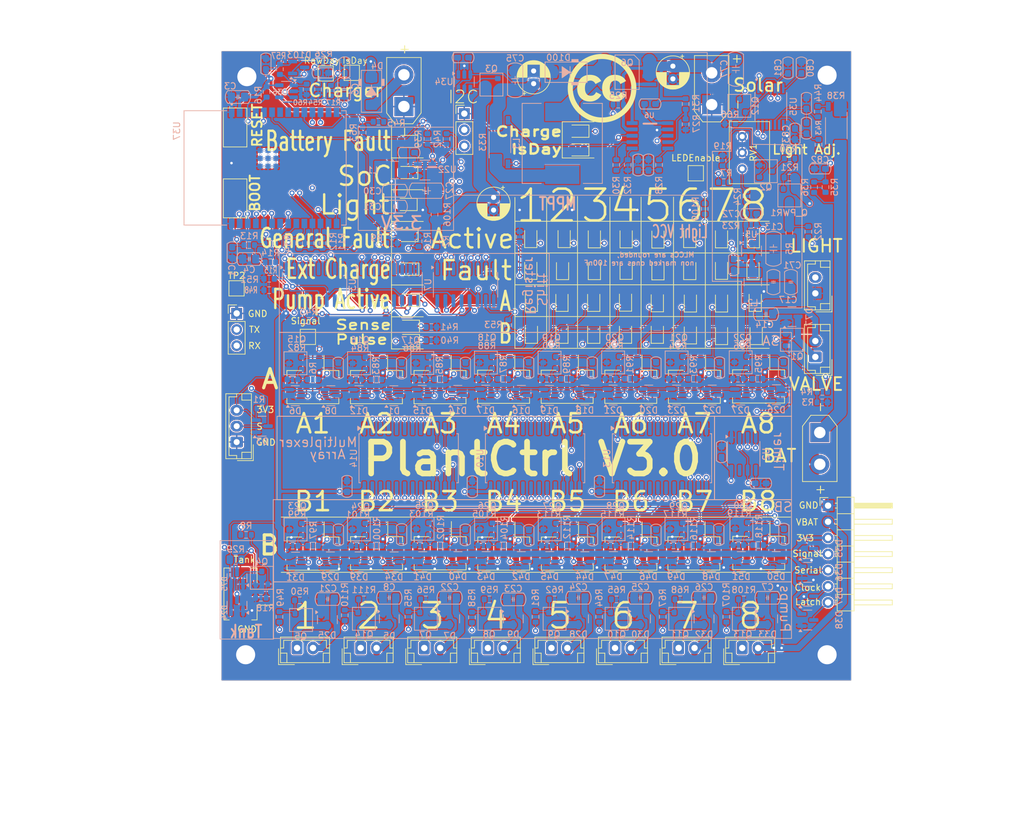
<source format=kicad_pcb>
(kicad_pcb
	(version 20240108)
	(generator "pcbnew")
	(generator_version "8.0")
	(general
		(thickness 1.6)
		(legacy_teardrops no)
	)
	(paper "A4")
	(layers
		(0 "F.Cu" signal)
		(1 "In1.Cu" signal)
		(2 "In2.Cu" signal)
		(31 "B.Cu" signal)
		(32 "B.Adhes" user "B.Adhesive")
		(33 "F.Adhes" user "F.Adhesive")
		(34 "B.Paste" user)
		(35 "F.Paste" user)
		(36 "B.SilkS" user "B.Silkscreen")
		(37 "F.SilkS" user "F.Silkscreen")
		(38 "B.Mask" user)
		(39 "F.Mask" user)
		(40 "Dwgs.User" user "User.Drawings")
		(41 "Cmts.User" user "User.Comments")
		(42 "Eco1.User" user "User.Eco1")
		(43 "Eco2.User" user "User.Eco2")
		(44 "Edge.Cuts" user)
		(45 "Margin" user)
		(46 "B.CrtYd" user "B.Courtyard")
		(47 "F.CrtYd" user "F.Courtyard")
		(48 "B.Fab" user)
		(49 "F.Fab" user)
	)
	(setup
		(stackup
			(layer "F.SilkS"
				(type "Top Silk Screen")
			)
			(layer "F.Paste"
				(type "Top Solder Paste")
			)
			(layer "F.Mask"
				(type "Top Solder Mask")
				(thickness 0.01)
			)
			(layer "F.Cu"
				(type "copper")
				(thickness 0.035)
			)
			(layer "dielectric 1"
				(type "prepreg")
				(thickness 0.1)
				(material "FR4")
				(epsilon_r 4.5)
				(loss_tangent 0.02)
			)
			(layer "In1.Cu"
				(type "copper")
				(thickness 0.035)
			)
			(layer "dielectric 2"
				(type "core")
				(thickness 1.24)
				(material "FR4")
				(epsilon_r 4.5)
				(loss_tangent 0.02)
			)
			(layer "In2.Cu"
				(type "copper")
				(thickness 0.035)
			)
			(layer "dielectric 3"
				(type "prepreg")
				(thickness 0.1)
				(material "FR4")
				(epsilon_r 4.5)
				(loss_tangent 0.02)
			)
			(layer "B.Cu"
				(type "copper")
				(thickness 0.035)
			)
			(layer "B.Mask"
				(type "Bottom Solder Mask")
				(thickness 0.01)
			)
			(layer "B.Paste"
				(type "Bottom Solder Paste")
			)
			(layer "B.SilkS"
				(type "Bottom Silk Screen")
			)
			(copper_finish "HAL lead-free")
			(dielectric_constraints no)
		)
		(pad_to_mask_clearance 0.05)
		(allow_soldermask_bridges_in_footprints no)
		(aux_axis_origin 68.58 26.67)
		(grid_origin 68.58 26.67)
		(pcbplotparams
			(layerselection 0x003ffff_ffffffff)
			(plot_on_all_layers_selection 0x0000000_00000000)
			(disableapertmacros no)
			(usegerberextensions no)
			(usegerberattributes no)
			(usegerberadvancedattributes no)
			(creategerberjobfile no)
			(dashed_line_dash_ratio 12.000000)
			(dashed_line_gap_ratio 3.000000)
			(svgprecision 4)
			(plotframeref no)
			(viasonmask no)
			(mode 1)
			(useauxorigin no)
			(hpglpennumber 1)
			(hpglpenspeed 20)
			(hpglpendiameter 15.000000)
			(pdf_front_fp_property_popups yes)
			(pdf_back_fp_property_popups yes)
			(dxfpolygonmode yes)
			(dxfimperialunits yes)
			(dxfusepcbnewfont yes)
			(psnegative no)
			(psa4output no)
			(plotreference yes)
			(plotvalue yes)
			(plotfptext yes)
			(plotinvisibletext no)
			(sketchpadsonfab no)
			(subtractmaskfromsilk no)
			(outputformat 1)
			(mirror no)
			(drillshape 0)
			(scaleselection 1)
			(outputdirectory "gerber/")
		)
	)
	(net 0 "")
	(net 1 "EN")
	(net 2 "VBAT")
	(net 3 "GND")
	(net 4 "S1")
	(net 5 "G1")
	(net 6 "3_3V")
	(net 7 "Temp")
	(net 8 "S2")
	(net 9 "G2")
	(net 10 "S3")
	(net 11 "Net-(U22-BST)")
	(net 12 "Net-(PUMP2-Pin_1)")
	(net 13 "PUMP_ENABLE")
	(net 14 "TANK_SENSOR")
	(net 15 "Net-(PUMP3-Pin_1)")
	(net 16 "Net-(PUMP4-Pin_1)")
	(net 17 "Net-(PUMP1-Pin_1)")
	(net 18 "Net-(PUMP5-Pin_1)")
	(net 19 "Net-(PUMP6-Pin_1)")
	(net 20 "Net-(PUMP7-Pin_1)")
	(net 21 "Net-(PUMP8-Pin_1)")
	(net 22 "SerialOut")
	(net 23 "Clock")
	(net 24 "Latch")
	(net 25 "Net-(Q1-G)")
	(net 26 "G3")
	(net 27 "ESP_RX")
	(net 28 "ESP_TX")
	(net 29 "Net-(Boot1-Pad2)")
	(net 30 "SDA")
	(net 31 "SCL")
	(net 32 "G4")
	(net 33 "S4")
	(net 34 "Net-(D10-K)")
	(net 35 "Net-(Q5-G)")
	(net 36 "G5")
	(net 37 "Net-(Q7-G)")
	(net 38 "Net-(Q8-G)")
	(net 39 "Net-(Q9-G)")
	(net 40 "Net-(Q10-G)")
	(net 41 "Net-(Q11-G)")
	(net 42 "Net-(Q4-G)")
	(net 43 "Net-(Q13-G)")
	(net 44 "Net-(Q14-G)")
	(net 45 "Net-(D78-A)")
	(net 46 "S5")
	(net 47 "Net-(C5-Pad2)")
	(net 48 "S6")
	(net 49 "G6")
	(net 50 "S7")
	(net 51 "PUMP1")
	(net 52 "G7")
	(net 53 "PUMP3")
	(net 54 "G8")
	(net 55 "Net-(R14-Pad2)")
	(net 56 "PUMP4")
	(net 57 "PUMP5")
	(net 58 "PUMP6")
	(net 59 "PUMP7")
	(net 60 "PUMP8")
	(net 61 "PUMP2")
	(net 62 "unconnected-(U37-IO0-Pad8)")
	(net 63 "unconnected-(U37-IO1-Pad9)")
	(net 64 "Net-(D78-K)")
	(net 65 "S8")
	(net 66 "SIGNAL")
	(net 67 "SerialIn")
	(net 68 "S9")
	(net 69 "G9")
	(net 70 "S10")
	(net 71 "G10")
	(net 72 "G11")
	(net 73 "S11")
	(net 74 "G12")
	(net 75 "S12")
	(net 76 "S13")
	(net 77 "G13")
	(net 78 "S14")
	(net 79 "G14")
	(net 80 "S15")
	(net 81 "G15")
	(net 82 "S16")
	(net 83 "G16")
	(net 84 "CD1")
	(net 85 "CD2")
	(net 86 "CD3")
	(net 87 "CD4")
	(net 88 "CD5")
	(net 89 "Net-(D10-A)")
	(net 90 "Net-(D2-K)")
	(net 91 "CD6")
	(net 92 "CD7")
	(net 93 "Net-(U2-CV)")
	(net 94 "CD8")
	(net 95 "CD9")
	(net 96 "CD10")
	(net 97 "CD11")
	(net 98 "CD12")
	(net 99 "CD13")
	(net 100 "CD14")
	(net 101 "CD15")
	(net 102 "CD16")
	(net 103 "1K_3_3")
	(net 104 "Net-(P_FAULT1-K)")
	(net 105 "CD_Probe")
	(net 106 "SENSORS_ON")
	(net 107 "unconnected-(U3-QG-Pad6)")
	(net 108 "unconnected-(U3-QH-Pad7)")
	(net 109 "Net-(CD1-K)")
	(net 110 "Net-(SIGNAL1-K)")
	(net 111 "MS4")
	(net 112 "MS1")
	(net 113 "MS0")
	(net 114 "MS3")
	(net 115 "MS2")
	(net 116 "unconnected-(U2-DIS-Pad7)")
	(net 117 "IsDay")
	(net 118 "S_VIN")
	(net 119 "5K_VBAT")
	(net 120 "Net-(U1-QH')")
	(net 121 "Net-(U3-QH')")
	(net 122 "/Light_In")
	(net 123 "Net-(U5-BST)")
	(net 124 "Net-(Q2-G)")
	(net 125 "Net-(Q2-D)")
	(net 126 "Net-(Q_PWR1-G)")
	(net 127 "Net-(Q_PWR1-D)")
	(net 128 "LED_ENABLE")
	(net 129 "Net-(I2C3-A)")
	(net 130 "Net-(R24-Pad2)")
	(net 131 "Net-(U5-FB)")
	(net 132 "/Light+")
	(net 133 "Net-(U6-VG)")
	(net 134 "Net-(C19-Pad1)")
	(net 135 "Net-(D98-K)")
	(net 136 "Net-(D98-A)")
	(net 137 "Net-(D100-K)")
	(net 138 "Net-(L3-Pad2)")
	(net 139 "Net-(Q6-G)")
	(net 140 "Net-(U6-MPPT)")
	(net 141 "Net-(U6-COM)")
	(net 142 "Net-(U6-BAT)")
	(net 143 "Net-(U6-FB)")
	(net 144 "Net-(U6-CSP)")
	(net 145 "/3_3IN")
	(net 146 "/Light_cool")
	(net 147 "/3_3V_cool")
	(net 148 "Net-(Q3-S)")
	(net 149 "Net-(U34-VCAP)")
	(net 150 "Net-(Q3-G)")
	(net 151 "Net-(J3-Pin_1)")
	(net 152 "ENABLE_TANK")
	(net 153 "Net-(battery1-Pin_1)")
	(net 154 "Net-(U35-BAT)")
	(net 155 "Net-(U35-SRP)")
	(net 156 "Net-(U35-SRN)")
	(net 157 "Net-(D76-K)")
	(net 158 "Net-(D76-A)")
	(net 159 "Net-(D13-A)")
	(net 160 "Net-(R38-Pad2)")
	(net 161 "Net-(R38-Pad3)")
	(net 162 "BAT_LED")
	(net 163 "BAT_ALERT")
	(net 164 "unconnected-(U35-P6{slash}TS-Pad11)")
	(net 165 "unconnected-(U35-P5{slash}HDQ-Pad12)")
	(net 166 "REG25")
	(net 167 "Net-(C88-Pad1)")
	(net 168 "Net-(U36-+)")
	(net 169 "Net-(U36--)")
	(net 170 "Net-(D11-A)")
	(net 171 "unconnected-(U37-IO7-Pad7)")
	(net 172 "unconnected-(U37-NC-Pad22)")
	(net 173 "unconnected-(U37-IO13-Pad14)")
	(net 174 "unconnected-(U37-IO4-Pad4)")
	(net 175 "unconnected-(U37-IO12-Pad13)")
	(net 176 "Net-(U37-IO8)")
	(net 177 "BOOT_SEL")
	(net 178 "WARN_LED")
	(net 179 "Net-(Q15-C)")
	(net 180 "Net-(Q16-C)")
	(net 181 "Net-(Q17-C)")
	(net 182 "Net-(Q18-C)")
	(net 183 "Net-(Q19-C)")
	(net 184 "Net-(Q20-C)")
	(net 185 "Net-(Q21-C)")
	(net 186 "Net-(Q22-C)")
	(net 187 "Net-(Q23-C)")
	(net 188 "Net-(Q24-C)")
	(net 189 "Net-(Q25-C)")
	(net 190 "Net-(Q26-C)")
	(net 191 "Net-(Q27-C)")
	(net 192 "Net-(Q28-C)")
	(net 193 "Net-(Q29-C)")
	(net 194 "Net-(Q30-C)")
	(net 195 "Net-(Q15-B)")
	(net 196 "Net-(Q16-B)")
	(net 197 "Net-(Q17-B)")
	(net 198 "Net-(Q18-B)")
	(net 199 "Net-(Q19-B)")
	(net 200 "Net-(Q20-B)")
	(net 201 "Net-(Q21-B)")
	(net 202 "Net-(Q22-B)")
	(net 203 "Net-(Q23-B)")
	(net 204 "Net-(Q24-B)")
	(net 205 "Net-(Q25-B)")
	(net 206 "Net-(Q26-B)")
	(net 207 "Net-(Q27-B)")
	(net 208 "Net-(Q28-B)")
	(net 209 "Net-(Q29-B)")
	(net 210 "Net-(Q30-B)")
	(net 211 "FAULT1")
	(net 212 "FAULT2")
	(net 213 "FAULT3")
	(net 214 "FAULT4")
	(net 215 "FAULT5")
	(net 216 "FAULT6")
	(net 217 "FAULT7")
	(net 218 "FAULT8")
	(net 219 "OE")
	(net 220 "unconnected-(TP2-Pad1)")
	(footprint "Connector_JST:JST_PH_B2B-PH-SM4-TB_1x02-1MP_P2.00mm_Vertical" (layer "F.Cu") (at 204.58 117.92 180))
	(footprint "Button_Switch_SMD:SW_SPST_CK_RS282G05A3" (layer "F.Cu") (at 172.33 52.67 90))
	(footprint "Connector_JST:JST_PH_B2B-PH-SM4-TB_1x02-1MP_P2.00mm_Vertical" (layer "F.Cu") (at 194.555 91.77 180))
	(footprint "Connector_AMASS:AMASS_XT30UPB-M_1x02_P5.0mm_Vertical" (layer "F.Cu") (at 247.28 49.07 90))
	(footprint "LED_SMD:LED_0805_2012Metric" (layer "F.Cu") (at 199.53 74.9575 180))
	(footprint "Button_Switch_SMD:SW_SPST_CK_RS282G05A3" (layer "F.Cu") (at 172.33 63.82 -90))
	(footprint "LED_SMD:LED_0805_2012Metric" (layer "F.Cu") (at 223.73 84.945 90))
	(footprint "LED_SMD:LED_0805_2012Metric" (layer "F.Cu") (at 218.83 74.8825 90))
	(footprint "LED_SMD:LED_0805_2012Metric" (layer "F.Cu") (at 228.83 74.92 90))
	(footprint "LED_SMD:LED_0805_2012Metric" (layer "F.Cu") (at 243.93 80.02 90))
	(footprint "Connector_JST:JST_PH_B2B-PH-SM4-TB_1x02-1MP_P2.00mm_Vertical" (layer "F.Cu") (at 254.655 91.67 180))
	(footprint "LED_SMD:LED_0805_2012Metric" (layer "F.Cu") (at 238.73 84.945 90))
	(footprint "Connector_AMASS:AMASS_XT30UPB-F_1x02_P5.0mm_Vertical" (layer "F.Cu") (at 264.28 100.67 -90))
	(footprint "LED_SMD:LED_0805_2012Metric" (layer "F.Cu") (at 243.93 85.045 90))
	(footprint "Connector_JST:JST_PH_B2B-PH-SM4-TB_1x02-1MP_P2.00mm_Vertical" (layer "F.Cu") (at 184.58 117.97 180))
	(footprint "LED_SMD:LED_0805_2012Metric" (layer "F.Cu") (at 199.655 86.195 180))
	(footprint "Connector_AMASS:AMASS_XT30UPB-F_1x02_P5.0mm_Vertical" (layer "F.Cu") (at 198.88 49.37 90))
	(footprint "Connector_JST:JST_PH_B2B-PH-SM4-TB_1x02-1MP_P2.00mm_Vertical" (layer "F.Cu") (at 254.68 117.87 180))
	(footprint "Connector_JST:JST_EH_B2B-EH-A_1x02_P2.50mm_Vertical" (layer "F.Cu") (at 232.08 134.575))
	(footprint "Connector_JST:JST_EH_B2B-EH-A_1x02_P2.50mm_Vertical" (layer "F.Cu") (at 242.08 134.575))
	(footprint "Connector_JST:JST_EH_B2B-EH-A_1x02_P2.50mm_Vertical" (layer "F.Cu") (at 263.58 88.77 90))
	(footprint "LED_SMD:LED_0805_2012Metric" (layer "F.Cu") (at 248.83 85.145 90))
	(footprint "LED_SMD:LED_0805_2012Metric" (layer "F.Cu") (at 248.83 80.02 90))
	(footprint "Connector_JST:JST_EH_B3B-EH-A_1x03_P2.50mm_Vertical" (layer "F.Cu") (at 172.58 102.17 90))
	(footprint "TestPoint:TestPoint_Pad_2.0x2.0mm" (layer "F.Cu") (at 172.56 77.98))
	(footprint "Connector_JST:JST_PH_B2B-PH-SM4-TB_1x02-1MP_P2.00mm_Vertical" (layer "F.Cu") (at 224.58 117.97 180))
	(footprint "LED_SMD:LED_0805_2012Metric" (layer "F.Cu") (at 199.43 69.6575 180))
	(footprint "Connector_PinHeader_2.54mm:PinHeader_1x07_P2.54mm_Horizontal" (layer "F.Cu") (at 265.58 112.17))
	(footprint "LED_SMD:LED_0805_2012Metric" (layer "F.Cu") (at 218.93 84.945 90))
	(footprint "LED_SMD:LED_0805_2012Metric"
		(layer "F.Cu")
		(uuid "38c660a9-1b7f-4b5b-b61c-be652783af9f")
		(at 243.83 69.8825 90)
		(descr "LED SMD 0805 (2012 Metric), square (rectangular) end terminal, IPC_7351 nominal, (Body size source: https://docs.google.com/spreadsheets/d/1BsfQQcO9C6DZCsRaXUlFlo91Tg2WpOkGARC1WS5S8t0/edit?usp=sharing), generated with kicad-footprint-generator")
		(tags "LED")
		(property "Reference" "PUMP_D6"
			(at 0 -1.65 90)
			(layer "F.SilkS")
			(hide yes)
			(uuid "44bbbf26-a62d-4436-b514-b825e281b3ce")
			(effects
				(font
					(size 1 1)
					(thickness 0.15)
				)
			)
		)
		(property "Value" "BLUE"
			(at 0 1.65 90)
			(layer "F.Fab")
			(uuid "8a8574fa-8ef6-410c-870d-c44e0d85d060")
			(effects
				(font
					(size 1 1)
					(thickness 0.15)
				)
			)
		)
		(property "Footprint" "LED_SMD:LED_0805_2012Metric"
			(at 0 0 90)
			(unlocked yes)
			(layer "F.Fab")
			(hide yes)
			(uuid "0bbef73a-c570-477f-a1a4-ae99308a1abe")
			(effects
				(font
					(size 1.27 1.27)
					(thickness 0.15)
				)
			)
		)
		(property "Datasheet" ""
			(at 0 0 90)
			(unlocked yes)
			(layer "F.Fab")
			(hide yes)
			(uuid "1ae939cc-3500-4eee-8197-2ae48b6e6729")
			(effects
				(font
					(size 1.27 1.27)
					(thickness 0.15)
				)
			)
		)
		(property "Description" ""
			(at 0 0 90)
			(unlocked yes)
			(layer "F.Fab")
			(hide yes)
			(uuid "f1e07697-0ac1-494e-b33a-d9f9652f33ce")
			(effects
				(font
					(size 1.27 1.27)
					(thickness 0.15)
				)
			)
		)
		(property "LCSC_PART_NUMBER" "C205441"
			(at 0 0 0)
			(layer "F.Fab")
			(hide yes)
			(uuid "8e33ab52-a42a-4bc9-9e95-456d9ba9024b")
			(effects
				(font
					(size 1 1)
					(thickness 0.15)
				)
			)
		)
		(property ki_fp_filters "LED* LED_SMD:* LED_THT:*")
		(path "/7d96651a-292d-43cc-aa2d-419126cd57a5")
		(sheetname "Root")
		(sheetfile "PlantCtrlESP32.kicad_sch")
		(attr smd dnp)
		(fp_line
			(start 1 -0.96)
			(end -1.685 -0.96)
			(stroke
				(width 0.12)
				(type solid)
			)
			(layer "F.SilkS")
			(uuid "ba446705-5982-4150-a636-09b7ed8fe401")
		)
		(fp_line
			(start -1.685 -0.96)
			(end -1.685 0.96)
			(stroke
				(width 0.12)
				(type solid)
			)
			(layer "F.SilkS")
			(uuid "779d78dc-e68f-4f0e-8a06-6149e2185d92")
		)
		(fp_line
			(start -1.685 0.96)
			(end 1 0.96)
			(stroke
				(width 0.12)
				(type solid)
			)
			(layer "F.SilkS")
			(uuid "e58bcf5c-15c2-4524-8c9a-bff90a010979")
		)
		(fp_line
			(start 1.68 -0.95)
			(end 1.68 0.95)
			(stroke
				(width 0.05)
				(type solid)
			)
			(layer "F.CrtYd")
			(uuid "dab1b315-c66b-4594-a1d6-f28087720229")
		)
		(fp_line
			(start -1.68 -0.95)
			(end 1.68 -0.95)
			(stroke
				(width 0.05)
				(type solid)
			)
			(layer "F.CrtYd")
			(uuid "f041a503-af3e-449f-9185-ed29f6f465c2")
		)
		(fp_line
			(start 1.68 0.95)
			(end -1.68 0.95)
			(stroke
				(width 0.05)
				(type solid)
			)
			(layer "F.CrtYd")
			(uuid "ff8c3f53-7ac4-493c-878a-8ef06ea722e7")
		)
		(fp_line
			(start -1.68 0.95)
			(end -1.68 -0.95)
			(stroke
				(width 0.05)
				(type solid)
			)
			(layer "F.CrtYd")
			(uuid "1c5a52a9-35cc-4224-9dfb-e2f55950ad6a")
		)
		(fp_line
			(start 1 -0.6)
			(end -0.7 -0.6)
			(stroke
				(width 0.1)
				(type solid)
			)
			(layer "F.Fab")
			(uuid "60562b45-51c6-4ea2-948f-ec4c2ec0048b")
		)
		(fp_line
			(start -0.7 -0.6)
			(end -1 -0.3)
			(stroke
				(width 0.1)
				(type solid)
			)
			(layer "F.Fab")
			(uuid "d4c37fbf-d77a-4fcb-aa79-34e57f6d5516")
		)
		(fp_line
			(start -1 -0.3)
			(end -1 0.6)
			(stroke
				(width 0.1)
				(type solid)
			)
			(layer "F.Fab")
			(uuid "fe99bf2a-3bf6-4378-b4e9-8d074d6ed067")
		)
		(fp_line
			(start 1 0.6)
			(end 1 -0.6)
			(stroke
				(width 0.1)
				(type solid)
			)
			(layer "F.Fab")
			(uuid "d7b5f2f3-0882-4b32-8a11-9b0e9daf5705")
		)
		(fp_line
			(start -1 0.6)
			(end 1 0.6)
			(stroke
				(width 0.1)
				(type solid)
			)
			(layer "F.Fab")
			(uuid "887d9868-4c7d-4a8a-a7b7-2ab982864864")
		)
		(fp_text user "${REFERENCE}"
			(at 0 0 90)
			(layer "F.Fab")
			(uuid "06a1ee72-929f-4ac9-b951-316a7d4bc6fd")
			(effects
				(font
					(size 0.5 0.5)
					(thickness 0.08)
				)
			)
		)
		
... [4705415 chars truncated]
</source>
